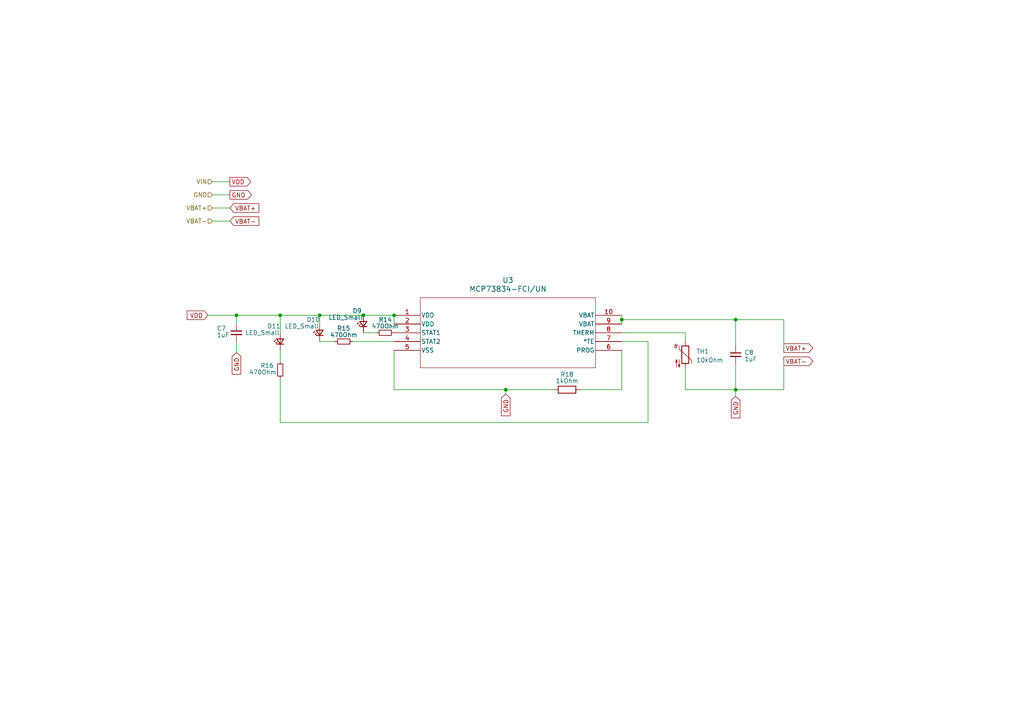
<source format=kicad_sch>
(kicad_sch (version 20230121) (generator eeschema)
  (paper "A4")
  (lib_symbols
    (symbol "Device:C_Small" (pin_numbers hide) (pin_names (offset 0.254) hide)
      (property "Reference" "C" (at 0.254 1.778 0))
      (property "Value" "C_Small" (at 0.254 -2.032 0))
      (symbol "C_Small_0_1"
        (polyline (pts (xy -1.524 -0.508) (xy 1.524 -0.508)) (stroke (width 0.3302)))
        (polyline (pts (xy -1.524 0.508) (xy 1.524 0.508)) (stroke (width 0.3048)))
      )
      (symbol "C_Small_1_1"
        (pin passive line (at 0 2.54 270) (length 2.032) (name "~") (number "1"))
        (pin passive line (at 0 -2.54 90) (length 2.032) (name "~") (number "2"))
      )
    )
    (symbol "Device:LED_Small" (pin_numbers hide) (pin_names (offset 0.254) hide)
      (property "Reference" "D" (at -1.27 3.175 0))
      (property "Value" "LED_Small" (at -4.445 -2.54 0))
      (symbol "LED_Small_0_1"
        (polyline (pts (xy -0.762 -1.016) (xy -0.762 1.016)) (stroke (width 0.254)))
        (polyline (pts (xy 1.016 0) (xy -0.762 0)))
        (polyline (pts (xy 0.762 -1.016) (xy -0.762 0) (xy 0.762 1.016) (xy 0.762 -1.016)) (stroke (width 0.254)))
        (polyline (pts (xy 0 0.762) (xy -0.508 1.27) (xy -0.254 1.27) (xy -0.508 1.27) (xy -0.508 1.016)))
        (polyline (pts (xy 0.508 1.27) (xy 0 1.778) (xy 0.254 1.778) (xy 0 1.778) (xy 0 1.524)))
      )
      (symbol "LED_Small_1_1"
        (pin passive line (at -2.54 0 0) (length 1.778) (name "K") (number "1"))
        (pin passive line (at 2.54 0 180) (length 1.778) (name "A") (number "2"))
      )
    )
    (symbol "Device:R" (pin_numbers hide) (pin_names (offset 0))
      (property "Reference" "R" (at 2.032 0 90))
      (property "Value" "R" (at 0 0 90))
      (symbol "R_0_1"
        (rectangle (start -1.016 -2.54) (end 1.016 2.54) (stroke (width 0.254)))
      )
      (symbol "R_1_1"
        (pin passive line (at 0 3.81 270) (length 1.27) (name "~") (number "1"))
        (pin passive line (at 0 -3.81 90) (length 1.27) (name "~") (number "2"))
      )
    )
    (symbol "Device:R_Small" (pin_numbers hide) (pin_names (offset 0.254) hide)
      (property "Reference" "R" (at 0.762 0.508 0))
      (property "Value" "R_Small" (at 0.762 -1.016 0))
      (symbol "R_Small_0_1"
        (rectangle (start -0.762 1.778) (end 0.762 -1.778) (stroke (width 0.2032)))
      )
      (symbol "R_Small_1_1"
        (pin passive line (at 0 2.54 270) (length 0.762) (name "~") (number "1"))
        (pin passive line (at 0 -2.54 90) (length 0.762) (name "~") (number "2"))
      )
    )
    (symbol "Device:Thermistor_NTC" (pin_numbers hide) (pin_names (offset 0))
      (property "Reference" "TH" (at -4.445 0 90))
      (property "Value" "Thermistor_NTC" (at 3.175 0 90))
      (symbol "Thermistor_NTC_0_1"
        (arc (start -3.048 2.159) (mid -3.0495 2.3143) (end -3.175 2.413))
        (arc (start -3.048 2.159) (mid -2.9736 1.9794) (end -2.794 1.905))
        (arc (start -3.048 2.794) (mid -2.9736 2.6144) (end -2.794 2.54))
        (arc (start -2.794 1.905) (mid -2.6144 1.9794) (end -2.54 2.159))
        (arc (start -2.794 2.54) (mid -2.4393 2.5587) (end -2.159 2.794))
        (arc (start -2.794 3.048) (mid -2.9736 2.9736) (end -3.048 2.794))
        (arc (start -2.54 2.794) (mid -2.6144 2.9736) (end -2.794 3.048))
        (rectangle (start -1.016 2.54) (end 1.016 -2.54) (stroke (width 0.254)))
        (polyline (pts (xy -2.54 2.159) (xy -2.54 2.794)))
        (polyline (pts (xy -1.778 2.54) (xy -1.778 1.524) (xy 1.778 -1.524) (xy 1.778 -2.54)))
        (polyline (pts (xy -2.54 -3.683) (xy -2.54 -1.397) (xy -2.794 -2.159) (xy -2.286 -2.159) (xy -2.54 -1.397) (xy -2.54 -1.651)) (fill (type outline)))
        (polyline (pts (xy -1.778 -1.397) (xy -1.778 -3.683) (xy -2.032 -2.921) (xy -1.524 -2.921) (xy -1.778 -3.683) (xy -1.778 -3.429)) (fill (type outline)))
      )
      (symbol "Thermistor_NTC_1_1"
        (pin passive line (at 0 3.81 270) (length 1.27) (name "~") (number "1"))
        (pin passive line (at 0 -3.81 90) (length 1.27) (name "~") (number "2"))
      )
    )
    (symbol "MCP73834-FCI_UN:MCP73834-FCI_UN" (pin_names (offset 0.254))
      (property "Reference" "U" (at 33.02 10.16 0))
      (property "Value" "MCP73834-FCI/UN" (at 33.02 7.62 0))
      (symbol "MCP73834-FCI_UN_0_1"
        (polyline (pts (xy 7.62 -15.24) (xy 58.42 -15.24)) (stroke (width 0.127)))
        (polyline (pts (xy 7.62 5.08) (xy 7.62 -15.24)) (stroke (width 0.127)))
        (polyline (pts (xy 58.42 -15.24) (xy 58.42 5.08)) (stroke (width 0.127)))
        (polyline (pts (xy 58.42 5.08) (xy 7.62 5.08)) (stroke (width 0.127)))
        (pin unspecified line (at 0 0 0) (length 7.62) (name "VDD") (number "1"))
        (pin unspecified line (at 66.04 0 180) (length 7.62) (name "VBAT") (number "10"))
        (pin unspecified line (at 0 -2.54 0) (length 7.62) (name "VDD") (number "2"))
        (pin unspecified line (at 0 -5.08 0) (length 7.62) (name "STAT1") (number "3"))
        (pin unspecified line (at 0 -7.62 0) (length 7.62) (name "STAT2") (number "4"))
        (pin unspecified line (at 0 -10.16 0) (length 7.62) (name "VSS") (number "5"))
        (pin unspecified line (at 66.04 -10.16 180) (length 7.62) (name "PROG") (number "6"))
        (pin unspecified line (at 66.04 -7.62 180) (length 7.62) (name "*TE") (number "7"))
        (pin unspecified line (at 66.04 -5.08 180) (length 7.62) (name "THERM") (number "8"))
        (pin unspecified line (at 66.04 -2.54 180) (length 7.62) (name "VBAT") (number "9"))
      )
    )
  )
  (junction (at 146.685 113.03))
  (junction (at 68.58 91.44))
  (junction (at 213.36 113.03))
  (junction (at 180.34 92.71))
  (junction (at 114.3 91.44))
  (junction (at 92.71 91.44))
  (junction (at 81.28 91.44))
  (junction (at 105.41 91.44))
  (junction (at 213.36 92.71))
  (wire (pts (xy 198.755 113.03) (xy 198.755 106.68)))
  (wire (pts (xy 213.36 92.71) (xy 227.33 92.71)))
  (wire (pts (xy 213.36 105.41) (xy 213.36 113.03)))
  (wire (pts (xy 61.595 60.325) (xy 66.675 60.325)))
  (wire (pts (xy 92.71 93.98) (xy 92.71 91.44)))
  (wire (pts (xy 81.28 91.44) (xy 92.71 91.44)))
  (wire (pts (xy 81.28 91.44) (xy 81.28 96.52)))
  (wire (pts (xy 198.755 96.52) (xy 180.34 96.52)))
  (wire (pts (xy 180.34 113.03) (xy 180.34 101.6)))
  (wire (pts (xy 102.235 99.06) (xy 114.3 99.06)))
  (wire (pts (xy 68.58 99.06) (xy 68.58 102.235)))
  (wire (pts (xy 213.36 100.33) (xy 213.36 92.71)))
  (wire (pts (xy 109.22 96.52) (xy 105.41 96.52)))
  (wire (pts (xy 68.58 91.44) (xy 68.58 93.98)))
  (wire (pts (xy 168.275 113.03) (xy 180.34 113.03)))
  (wire (pts (xy 81.28 101.6) (xy 81.28 104.775)))
  (wire (pts (xy 61.595 56.515) (xy 66.675 56.515)))
  (wire (pts (xy 213.36 92.71) (xy 180.34 92.71)))
  (wire (pts (xy 213.36 113.03) (xy 227.33 113.03)))
  (wire (pts (xy 114.3 91.44) (xy 114.3 93.98)))
  (wire (pts (xy 60.325 91.44) (xy 68.58 91.44)))
  (wire (pts (xy 213.36 113.03) (xy 198.755 113.03)))
  (wire (pts (xy 187.96 99.06) (xy 180.34 99.06)))
  (wire (pts (xy 213.36 113.03) (xy 213.36 114.935)))
  (wire (pts (xy 81.28 109.855) (xy 81.28 122.555)))
  (wire (pts (xy 68.58 91.44) (xy 81.28 91.44)))
  (wire (pts (xy 227.33 104.775) (xy 227.33 113.03)))
  (wire (pts (xy 97.155 99.06) (xy 92.71 99.06)))
  (wire (pts (xy 180.34 91.44) (xy 180.34 92.71)))
  (wire (pts (xy 146.685 114.3) (xy 146.685 113.03)))
  (wire (pts (xy 81.28 122.555) (xy 187.96 122.555)))
  (wire (pts (xy 114.3 113.03) (xy 146.685 113.03)))
  (wire (pts (xy 92.71 91.44) (xy 105.41 91.44)))
  (wire (pts (xy 180.34 92.71) (xy 180.34 93.98)))
  (wire (pts (xy 61.595 64.135) (xy 66.675 64.135)))
  (wire (pts (xy 114.3 101.6) (xy 114.3 113.03)))
  (wire (pts (xy 61.595 52.705) (xy 66.675 52.705)))
  (wire (pts (xy 105.41 91.44) (xy 114.3 91.44)))
  (wire (pts (xy 146.685 113.03) (xy 160.655 113.03)))
  (wire (pts (xy 187.96 122.555) (xy 187.96 99.06)))
  (wire (pts (xy 227.33 92.71) (xy 227.33 100.965)))
  (wire (pts (xy 198.755 99.06) (xy 198.755 96.52)))
  (global_label "GND" (shape output) (at 66.675 56.515 0) (property "Intersheetrefs" "${INTERSHEET_REFS}" (effects hide)))
  (global_label "GND" (shape input) (at 213.36 114.935 270) (property "Intersheetrefs" "${INTERSHEET_REFS}" (effects hide)))
  (global_label "VBAT+" (shape input) (at 66.675 60.325 0) (property "Intersheetrefs" "${INTERSHEET_REFS}" (effects hide)))
  (global_label "VBAT+" (shape output) (at 227.33 100.965 0) (property "Intersheetrefs" "${INTERSHEET_REFS}" (effects hide)))
  (global_label "GND" (shape input) (at 68.58 102.235 270) (property "Intersheetrefs" "${INTERSHEET_REFS}" (effects hide)))
  (global_label "VDD" (shape output) (at 66.675 52.705 0) (property "Intersheetrefs" "${INTERSHEET_REFS}" (effects hide)))
  (global_label "VBAT-" (shape output) (at 227.33 104.775 0) (property "Intersheetrefs" "${INTERSHEET_REFS}" (effects hide)))
  (global_label "VDD" (shape input) (at 60.325 91.44 180) (property "Intersheetrefs" "${INTERSHEET_REFS}" (effects hide)))
  (global_label "VBAT-" (shape input) (at 66.675 64.135 0) (property "Intersheetrefs" "${INTERSHEET_REFS}" (effects hide)))
  (global_label "GND" (shape input) (at 146.685 114.3 270) (property "Intersheetrefs" "${INTERSHEET_REFS}" (effects hide)))
  (hierarchical_label "VIN" (shape input) (at 61.595 52.705 180))
  (hierarchical_label "VBAT-" (shape input) (at 61.595 64.135 180))
  (hierarchical_label "GND" (shape input) (at 61.595 56.515 180))
  (hierarchical_label "VBAT+" (shape input) (at 61.595 60.325 180))
  (symbol (lib_id "Device:R_Small") (at 81.28 107.315 180) (unit 1)
    (property "Reference" "R16" (at 77.47 106.045 0))
    (property "Value" "470Ohm" (at 76.2 107.95 0))
  )
  (symbol (lib_id "Device:R_Small") (at 99.695 99.06 90) (unit 1)
    (property "Reference" "R15" (at 99.695 95.25 90))
    (property "Value" "470Ohm" (at 99.695 97.155 90))
  )
  (symbol (lib_id "Device:LED_Small") (at 92.71 96.52 90) (unit 1)
    (property "Reference" "D10" (at 88.9 92.71 90) (effects (justify right)))
    (property "Value" "LED_Small" (at 82.55 94.615 90) (effects (justify right)))
  )
  (symbol (lib_id "Device:R") (at 164.465 113.03 90) (unit 1)
    (property "Reference" "R18" (at 164.465 108.585 90))
    (property "Value" "1kOhm" (at 164.465 110.49 90))
  )
  (symbol (lib_id "Device:C_Small") (at 68.58 96.52 0) (unit 1)
    (property "Reference" "C7" (at 62.865 95.25 0) (effects (justify left)))
    (property "Value" "1uF" (at 62.865 97.1613 0) (effects (justify left)))
  )
  (symbol (lib_id "Device:LED_Small") (at 81.28 99.06 90) (unit 1)
    (property "Reference" "D11" (at 77.47 94.615 90) (effects (justify right)))
    (property "Value" "LED_Small" (at 71.12 96.52 90) (effects (justify right)))
  )
  (symbol (lib_id "Device:LED_Small") (at 105.41 93.98 90) (unit 1)
    (property "Reference" "D9" (at 102.235 90.17 90) (effects (justify right)))
    (property "Value" "LED_Small" (at 95.25 92.075 90) (effects (justify right)))
  )
  (symbol (lib_id "Device:R_Small") (at 111.76 96.52 90) (unit 1)
    (property "Reference" "R14" (at 111.76 92.71 90))
    (property "Value" "470Ohm" (at 111.76 94.615 90))
  )
  (symbol (lib_id "Device:Thermistor_NTC") (at 198.755 102.87 0) (unit 1)
    (property "Reference" "TH1" (at 201.93 101.9175 0) (effects (justify left)))
    (property "Value" "10kOhm" (at 201.93 104.4575 0) (effects (justify left)))
  )
  (symbol (lib_id "MCP73834-FCI_UN:MCP73834-FCI_UN") (at 114.3 91.44 0) (unit 1)
    (property "Reference" "U3" (at 147.32 81.28 0) (effects (font (size 1.524 1.524))))
    (property "Value" "MCP73834-FCI/UN" (at 147.32 83.82 0) (effects (font (size 1.524 1.524))))
    (property "Footprint" "MSOP10_MC_MCH" (effects hide))
    (property "Datasheet" "MCP73834-FCI/UN" (effects hide))
  )
  (symbol (lib_id "Device:C_Small") (at 213.36 102.87 0) (unit 1)
    (property "Reference" "C8" (at 215.9 102.235 0) (effects (justify left)))
    (property "Value" "1uF" (at 215.9 104.1463 0) (effects (justify left)))
  )
)
</source>
